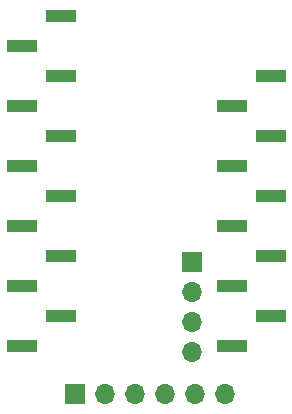
<source format=gbr>
%TF.GenerationSoftware,KiCad,Pcbnew,(5.1.10)-1*%
%TF.CreationDate,2021-11-28T18:03:10+01:00*%
%TF.ProjectId,M5StampC3,4d355374-616d-4704-9333-2e6b69636164,rev?*%
%TF.SameCoordinates,Original*%
%TF.FileFunction,Soldermask,Bot*%
%TF.FilePolarity,Negative*%
%FSLAX46Y46*%
G04 Gerber Fmt 4.6, Leading zero omitted, Abs format (unit mm)*
G04 Created by KiCad (PCBNEW (5.1.10)-1) date 2021-11-28 18:03:10*
%MOMM*%
%LPD*%
G01*
G04 APERTURE LIST*
%ADD10O,1.700000X1.700000*%
%ADD11R,1.700000X1.700000*%
%ADD12R,2.510000X1.000000*%
G04 APERTURE END LIST*
D10*
%TO.C,J4*%
X129286000Y-78740000D03*
X129286000Y-76200000D03*
X129286000Y-73660000D03*
D11*
X129286000Y-71120000D03*
%TD*%
D10*
%TO.C,J3*%
X132080000Y-82296000D03*
X129540000Y-82296000D03*
X127000000Y-82296000D03*
X124460000Y-82296000D03*
X121920000Y-82296000D03*
D11*
X119380000Y-82296000D03*
%TD*%
D12*
%TO.C,J2*%
X132635000Y-78232000D03*
X132635000Y-73152000D03*
X132635000Y-68072000D03*
X132635000Y-62992000D03*
X132635000Y-57912000D03*
X135945000Y-75692000D03*
X135945000Y-70612000D03*
X135945000Y-65532000D03*
X135945000Y-60452000D03*
X135945000Y-55372000D03*
%TD*%
%TO.C,J1*%
X114855000Y-78228000D03*
X114855000Y-73148000D03*
X114855000Y-68068000D03*
X114855000Y-62988000D03*
X114855000Y-57908000D03*
X114855000Y-52828000D03*
X118165000Y-75688000D03*
X118165000Y-70608000D03*
X118165000Y-65528000D03*
X118165000Y-60448000D03*
X118165000Y-55368000D03*
X118165000Y-50288000D03*
%TD*%
M02*

</source>
